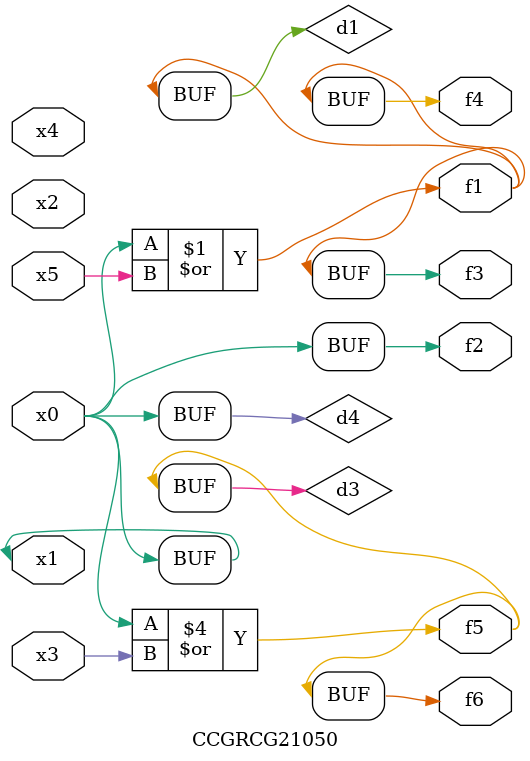
<source format=v>
module CCGRCG21050(
	input x0, x1, x2, x3, x4, x5,
	output f1, f2, f3, f4, f5, f6
);

	wire d1, d2, d3, d4;

	or (d1, x0, x5);
	xnor (d2, x1, x4);
	or (d3, x0, x3);
	buf (d4, x0, x1);
	assign f1 = d1;
	assign f2 = d4;
	assign f3 = d1;
	assign f4 = d1;
	assign f5 = d3;
	assign f6 = d3;
endmodule

</source>
